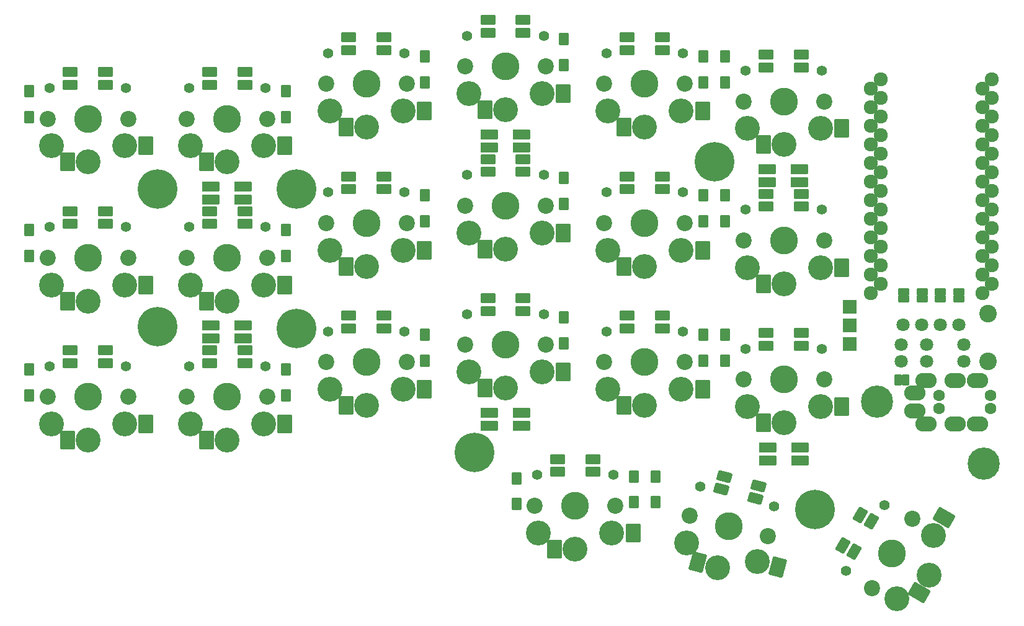
<source format=gbr>
G04 #@! TF.GenerationSoftware,KiCad,Pcbnew,7.0.7*
G04 #@! TF.CreationDate,2023-09-12T18:14:11+01:00*
G04 #@! TF.ProjectId,corne_dark,636f726e-655f-4646-9172-6b2e6b696361,1.0*
G04 #@! TF.SameCoordinates,Original*
G04 #@! TF.FileFunction,Soldermask,Top*
G04 #@! TF.FilePolarity,Negative*
%FSLAX46Y46*%
G04 Gerber Fmt 4.6, Leading zero omitted, Abs format (unit mm)*
G04 Created by KiCad (PCBNEW 7.0.7) date 2023-09-12 18:14:11*
%MOMM*%
%LPD*%
G01*
G04 APERTURE LIST*
G04 Aperture macros list*
%AMRoundRect*
0 Rectangle with rounded corners*
0 $1 Rounding radius*
0 $2 $3 $4 $5 $6 $7 $8 $9 X,Y pos of 4 corners*
0 Add a 4 corners polygon primitive as box body*
4,1,4,$2,$3,$4,$5,$6,$7,$8,$9,$2,$3,0*
0 Add four circle primitives for the rounded corners*
1,1,$1+$1,$2,$3*
1,1,$1+$1,$4,$5*
1,1,$1+$1,$6,$7*
1,1,$1+$1,$8,$9*
0 Add four rect primitives between the rounded corners*
20,1,$1+$1,$2,$3,$4,$5,0*
20,1,$1+$1,$4,$5,$6,$7,0*
20,1,$1+$1,$6,$7,$8,$9,0*
20,1,$1+$1,$8,$9,$2,$3,0*%
G04 Aperture macros list end*
%ADD10RoundRect,0.200000X-0.475000X0.650000X-0.475000X-0.650000X0.475000X-0.650000X0.475000X0.650000X0*%
%ADD11RoundRect,0.200000X-0.800000X-0.500000X0.800000X-0.500000X0.800000X0.500000X-0.800000X0.500000X0*%
%ADD12RoundRect,0.200000X-0.902150X-0.275908X0.643331X-0.690018X0.902150X0.275908X-0.643331X0.690018X0*%
%ADD13RoundRect,0.200000X-0.033013X0.942820X-0.833013X-0.442820X0.033013X-0.942820X0.833013X0.442820X0*%
%ADD14C,2.200000*%
%ADD15C,1.400000*%
%ADD16C,3.400000*%
%ADD17C,3.800000*%
%ADD18RoundRect,0.200000X0.800000X1.100000X-0.800000X1.100000X-0.800000X-1.100000X0.800000X-1.100000X0*%
%ADD19RoundRect,0.200000X1.057442X0.855463X-0.488040X1.269574X-1.057442X-0.855463X0.488040X-1.269574X0*%
%ADD20RoundRect,0.200000X-0.571500X0.317500X-0.571500X-0.317500X0.571500X-0.317500X0.571500X0.317500X0*%
%ADD21C,1.924000*%
%ADD22C,4.400000*%
%ADD23C,5.400000*%
%ADD24RoundRect,0.200000X0.762000X0.762000X-0.762000X0.762000X-0.762000X-0.762000X0.762000X-0.762000X0*%
%ADD25RoundRect,0.200000X-0.200000X-0.200000X0.200000X-0.200000X0.200000X0.200000X-0.200000X0.200000X0*%
%ADD26RoundRect,0.200000X-0.300000X-0.571500X0.300000X-0.571500X0.300000X0.571500X-0.300000X0.571500X0*%
%ADD27C,1.797000*%
%ADD28C,1.600000*%
%ADD29O,2.900000X2.100000*%
%ADD30C,2.400000*%
%ADD31RoundRect,0.200000X-1.000000X-0.500000X1.000000X-0.500000X1.000000X0.500000X-1.000000X0.500000X0*%
%ADD32RoundRect,0.200000X1.000000X0.500000X-1.000000X0.500000X-1.000000X-0.500000X1.000000X-0.500000X0*%
%ADD33RoundRect,0.200000X-0.552628X1.242820X-1.352628X-0.142820X0.552628X-1.242820X1.352628X0.142820X0*%
G04 APERTURE END LIST*
D10*
X62000000Y-73350000D03*
X62000000Y-76900000D03*
X97000000Y-73350000D03*
X97000000Y-76900000D03*
X116000000Y-68600000D03*
X116000000Y-72150000D03*
X135000000Y-66225000D03*
X135000000Y-69775000D03*
X154000000Y-68600000D03*
X154000000Y-72150000D03*
X157000000Y-68600000D03*
X157000000Y-72150000D03*
X62000000Y-92350000D03*
X62000000Y-95900000D03*
X97000000Y-92350000D03*
X97000000Y-95900000D03*
X116000000Y-87600000D03*
X116000000Y-91150000D03*
X135000000Y-85225000D03*
X135000000Y-88775000D03*
X154000000Y-87600000D03*
X154000000Y-91150000D03*
X157000000Y-87600000D03*
X157000000Y-91150000D03*
X62000000Y-111350000D03*
X62000000Y-114900000D03*
X97000000Y-111350000D03*
X97000000Y-114900000D03*
X116000000Y-106600000D03*
X116000000Y-110150000D03*
X135000000Y-104225000D03*
X135000000Y-107775000D03*
X154000000Y-106600000D03*
X154000000Y-110150000D03*
X157000000Y-106600000D03*
X157000000Y-110150000D03*
X128500000Y-126225000D03*
X128500000Y-129775000D03*
X144500000Y-125975000D03*
X144500000Y-129525000D03*
X147500000Y-125975000D03*
X147500000Y-129525000D03*
D11*
X67600000Y-72500000D03*
X67600000Y-70750000D03*
X72400000Y-70750000D03*
X72400000Y-72500000D03*
X86600000Y-72500000D03*
X86600000Y-70750000D03*
X91400000Y-70750000D03*
X91400000Y-72500000D03*
X105600000Y-67750000D03*
X105600000Y-66000000D03*
X110400000Y-66000000D03*
X110400000Y-67750000D03*
X124600000Y-65375000D03*
X124600000Y-63625000D03*
X129400000Y-63625000D03*
X129400000Y-65375000D03*
X143600000Y-67750000D03*
X143600000Y-66000000D03*
X148400000Y-66000000D03*
X148400000Y-67750000D03*
X162600000Y-70125000D03*
X162600000Y-68375000D03*
X167400000Y-68375000D03*
X167400000Y-70125000D03*
X67600000Y-91500000D03*
X67600000Y-89750000D03*
X72400000Y-89750000D03*
X72400000Y-91500000D03*
X86600000Y-91500000D03*
X86600000Y-89750000D03*
X91400000Y-89750000D03*
X91400000Y-91500000D03*
X105600000Y-86750000D03*
X105600000Y-85000000D03*
X110400000Y-85000000D03*
X110400000Y-86750000D03*
X124600000Y-84375000D03*
X124600000Y-82625000D03*
X129400000Y-82625000D03*
X129400000Y-84375000D03*
X143600000Y-86750000D03*
X143600000Y-85000000D03*
X148400000Y-85000000D03*
X148400000Y-86750000D03*
X162600000Y-89125000D03*
X162600000Y-87375000D03*
X167400000Y-87375000D03*
X167400000Y-89125000D03*
X67600000Y-110500000D03*
X67600000Y-108750000D03*
X72400000Y-108750000D03*
X72400000Y-110500000D03*
X86600000Y-110500000D03*
X86600000Y-108750000D03*
X91400000Y-108750000D03*
X91400000Y-110500000D03*
X105600000Y-105750000D03*
X105600000Y-104000000D03*
X110400000Y-104000000D03*
X110400000Y-105750000D03*
X124600000Y-103375000D03*
X124600000Y-101625000D03*
X129400000Y-101625000D03*
X129400000Y-103375000D03*
X143600000Y-105750000D03*
X143600000Y-104000000D03*
X148400000Y-104000000D03*
X148400000Y-105750000D03*
X162600000Y-108125000D03*
X162600000Y-106375000D03*
X167400000Y-106375000D03*
X167400000Y-108125000D03*
X134100000Y-125375000D03*
X134100000Y-123625000D03*
X138900000Y-123625000D03*
X138900000Y-125375000D03*
D12*
X156455311Y-127724019D03*
X156908245Y-126033649D03*
X161544689Y-127275981D03*
X161091755Y-128966351D03*
D13*
X175442228Y-131234039D03*
X176957772Y-132109039D03*
X174557772Y-136265961D03*
X173042228Y-135390961D03*
D14*
X75500000Y-77125000D03*
D15*
X75220000Y-72925000D03*
D16*
X75000000Y-80825000D03*
X70000000Y-83025000D03*
D17*
X70000000Y-77125000D03*
D16*
X65000000Y-80825000D03*
D15*
X64780000Y-72925000D03*
D14*
X64500000Y-77125000D03*
D18*
X77900000Y-80825000D03*
X67200000Y-83025000D03*
D14*
X94500000Y-77125000D03*
D15*
X94220000Y-72925000D03*
D16*
X94000000Y-80825000D03*
X89000000Y-83025000D03*
D17*
X89000000Y-77125000D03*
D16*
X84000000Y-80825000D03*
D15*
X83780000Y-72925000D03*
D14*
X83500000Y-77125000D03*
D18*
X96900000Y-80825000D03*
X86200000Y-83025000D03*
D14*
X113500000Y-72375000D03*
D15*
X113220000Y-68175000D03*
D16*
X113000000Y-76075000D03*
X108000000Y-78275000D03*
D17*
X108000000Y-72375000D03*
D16*
X103000000Y-76075000D03*
D15*
X102780000Y-68175000D03*
D14*
X102500000Y-72375000D03*
D18*
X115900000Y-76075000D03*
X105200000Y-78275000D03*
D14*
X132500000Y-70000000D03*
D15*
X132220000Y-65800000D03*
D16*
X132000000Y-73700000D03*
X127000000Y-75900000D03*
D17*
X127000000Y-70000000D03*
D16*
X122000000Y-73700000D03*
D15*
X121780000Y-65800000D03*
D14*
X121500000Y-70000000D03*
D18*
X134900000Y-73700000D03*
X124200000Y-75900000D03*
D14*
X151500000Y-72375000D03*
D15*
X151220000Y-68175000D03*
D16*
X151000000Y-76075000D03*
X146000000Y-78275000D03*
D17*
X146000000Y-72375000D03*
D16*
X141000000Y-76075000D03*
D15*
X140780000Y-68175000D03*
D14*
X140500000Y-72375000D03*
D18*
X153900000Y-76075000D03*
X143200000Y-78275000D03*
D14*
X170500000Y-74750000D03*
D15*
X170220000Y-70550000D03*
D16*
X170000000Y-78450000D03*
X165000000Y-80650000D03*
D17*
X165000000Y-74750000D03*
D16*
X160000000Y-78450000D03*
D15*
X159780000Y-70550000D03*
D14*
X159500000Y-74750000D03*
D18*
X172900000Y-78450000D03*
X162200000Y-80650000D03*
D14*
X75500000Y-96125000D03*
D15*
X75220000Y-91925000D03*
D16*
X75000000Y-99825000D03*
X70000000Y-102025000D03*
D17*
X70000000Y-96125000D03*
D16*
X65000000Y-99825000D03*
D15*
X64780000Y-91925000D03*
D14*
X64500000Y-96125000D03*
D18*
X77900000Y-99825000D03*
X67200000Y-102025000D03*
D14*
X94500000Y-96125000D03*
D15*
X94220000Y-91925000D03*
D16*
X94000000Y-99825000D03*
X89000000Y-102025000D03*
D17*
X89000000Y-96125000D03*
D16*
X84000000Y-99825000D03*
D15*
X83780000Y-91925000D03*
D14*
X83500000Y-96125000D03*
D18*
X96900000Y-99825000D03*
X86200000Y-102025000D03*
D14*
X113500000Y-91375000D03*
D15*
X113220000Y-87175000D03*
D16*
X113000000Y-95075000D03*
X108000000Y-97275000D03*
D17*
X108000000Y-91375000D03*
D16*
X103000000Y-95075000D03*
D15*
X102780000Y-87175000D03*
D14*
X102500000Y-91375000D03*
D18*
X115900000Y-95075000D03*
X105200000Y-97275000D03*
D14*
X132500000Y-89000000D03*
D15*
X132220000Y-84800000D03*
D16*
X132000000Y-92700000D03*
X127000000Y-94900000D03*
D17*
X127000000Y-89000000D03*
D16*
X122000000Y-92700000D03*
D15*
X121780000Y-84800000D03*
D14*
X121500000Y-89000000D03*
D18*
X134900000Y-92700000D03*
X124200000Y-94900000D03*
D14*
X151500000Y-91375000D03*
D15*
X151220000Y-87175000D03*
D16*
X151000000Y-95075000D03*
X146000000Y-97275000D03*
D17*
X146000000Y-91375000D03*
D16*
X141000000Y-95075000D03*
D15*
X140780000Y-87175000D03*
D14*
X140500000Y-91375000D03*
D18*
X153900000Y-95075000D03*
X143200000Y-97275000D03*
D14*
X170500000Y-93750000D03*
D15*
X170220000Y-89550000D03*
D16*
X170000000Y-97450000D03*
X165000000Y-99650000D03*
D17*
X165000000Y-93750000D03*
D16*
X160000000Y-97450000D03*
D15*
X159780000Y-89550000D03*
D14*
X159500000Y-93750000D03*
D18*
X172900000Y-97450000D03*
X162200000Y-99650000D03*
D14*
X75500000Y-115125000D03*
D15*
X75220000Y-110925000D03*
D16*
X75000000Y-118825000D03*
X70000000Y-121025000D03*
D17*
X70000000Y-115125000D03*
D16*
X65000000Y-118825000D03*
D15*
X64780000Y-110925000D03*
D14*
X64500000Y-115125000D03*
D18*
X77900000Y-118825000D03*
X67200000Y-121025000D03*
D14*
X94500000Y-115125000D03*
D15*
X94220000Y-110925000D03*
D16*
X94000000Y-118825000D03*
X89000000Y-121025000D03*
D17*
X89000000Y-115125000D03*
D16*
X84000000Y-118825000D03*
D15*
X83780000Y-110925000D03*
D14*
X83500000Y-115125000D03*
D18*
X96900000Y-118825000D03*
X86200000Y-121025000D03*
D14*
X113500000Y-110375000D03*
D15*
X113220000Y-106175000D03*
D16*
X113000000Y-114075000D03*
X108000000Y-116275000D03*
D17*
X108000000Y-110375000D03*
D16*
X103000000Y-114075000D03*
D15*
X102780000Y-106175000D03*
D14*
X102500000Y-110375000D03*
D18*
X115900000Y-114075000D03*
X105200000Y-116275000D03*
D14*
X132500000Y-108000000D03*
D15*
X132220000Y-103800000D03*
D16*
X132000000Y-111700000D03*
X127000000Y-113900000D03*
D17*
X127000000Y-108000000D03*
D16*
X122000000Y-111700000D03*
D15*
X121780000Y-103800000D03*
D14*
X121500000Y-108000000D03*
D18*
X134900000Y-111700000D03*
X124200000Y-113900000D03*
D14*
X151500000Y-110375000D03*
D15*
X151220000Y-106175000D03*
D16*
X151000000Y-114075000D03*
X146000000Y-116275000D03*
D17*
X146000000Y-110375000D03*
D16*
X141000000Y-114075000D03*
D15*
X140780000Y-106175000D03*
D14*
X140500000Y-110375000D03*
D18*
X153900000Y-114075000D03*
X143200000Y-116275000D03*
D14*
X170500000Y-112750000D03*
D15*
X170220000Y-108550000D03*
D16*
X170000000Y-116450000D03*
X165000000Y-118650000D03*
D17*
X165000000Y-112750000D03*
D16*
X160000000Y-116450000D03*
D15*
X159780000Y-108550000D03*
D14*
X159500000Y-112750000D03*
D18*
X172900000Y-116450000D03*
X162200000Y-118650000D03*
D14*
X142000000Y-130000000D03*
D15*
X141720000Y-125800000D03*
D16*
X141500000Y-133700000D03*
X136500000Y-135900000D03*
D17*
X136500000Y-130000000D03*
D16*
X131500000Y-133700000D03*
D15*
X131280000Y-125800000D03*
D14*
X131000000Y-130000000D03*
D18*
X144400000Y-133700000D03*
X133700000Y-135900000D03*
D14*
X162812592Y-134173505D03*
D15*
X163629173Y-130044147D03*
D16*
X161371999Y-137618021D03*
X155972968Y-138448962D03*
D17*
X157500000Y-132750000D03*
D16*
X151712740Y-135029830D03*
D15*
X153544907Y-127342076D03*
D14*
X152187408Y-131326495D03*
D19*
X164173184Y-138368596D03*
X153268375Y-137724269D03*
D20*
X188875000Y-100749620D03*
X188875000Y-101750380D03*
X186375000Y-100749620D03*
X186375000Y-101750380D03*
X183875000Y-100749620D03*
X183875000Y-101750380D03*
X181375000Y-100749620D03*
X181375000Y-101750380D03*
D21*
X176860000Y-73042000D03*
X193406400Y-71772000D03*
X176860000Y-75582000D03*
X193406400Y-74312000D03*
X176860000Y-78122000D03*
X193406400Y-76852000D03*
X176860000Y-80662000D03*
X193406400Y-79392000D03*
X176860000Y-83202000D03*
X193406400Y-81932000D03*
X176860000Y-85742000D03*
X193406400Y-84472000D03*
X176860000Y-88282000D03*
X193406400Y-87012000D03*
X176860000Y-90822000D03*
X193406400Y-89552000D03*
X176860000Y-93362000D03*
X193406400Y-92092000D03*
X176860000Y-95902000D03*
X193406400Y-94632000D03*
X176860000Y-98442000D03*
X193406400Y-97172000D03*
X176860000Y-100982000D03*
X193406400Y-99712000D03*
X178186400Y-99712000D03*
X192100000Y-100982000D03*
X178186400Y-97172000D03*
X192100000Y-98442000D03*
X178186400Y-94632000D03*
X192100000Y-95902000D03*
X178186400Y-92092000D03*
X192100000Y-93362000D03*
X178186400Y-89552000D03*
X192100000Y-90822000D03*
X178186400Y-87012000D03*
X192100000Y-88282000D03*
X178186400Y-84472000D03*
X192100000Y-85742000D03*
X178186400Y-81932000D03*
X192100000Y-83202000D03*
X178186400Y-79392000D03*
X192100000Y-80662000D03*
X178186400Y-76852000D03*
X192100000Y-78122000D03*
X178186400Y-74312000D03*
X192100000Y-75582000D03*
X178186400Y-71772000D03*
X192100000Y-73042000D03*
D22*
X177750000Y-115750000D03*
X192250000Y-124250000D03*
D23*
X79500000Y-86750000D03*
X79500000Y-105500000D03*
X98500000Y-86750000D03*
X98500000Y-105750000D03*
X155500000Y-83000000D03*
X122750000Y-122750000D03*
X169250000Y-130500000D03*
D24*
X174000000Y-107900000D03*
X174000000Y-105360000D03*
X174000000Y-102820000D03*
D25*
X181100000Y-112800000D03*
D26*
X180600000Y-112800000D03*
X181600000Y-112800000D03*
D27*
X181300000Y-105300000D03*
X183840000Y-105300000D03*
X186380000Y-105300000D03*
X188920000Y-105300000D03*
D28*
X193200000Y-114950000D03*
X186200000Y-114950000D03*
X193200000Y-116700000D03*
X186200000Y-116700000D03*
D29*
X182900000Y-114600000D03*
X182900000Y-117050000D03*
X191400000Y-112850000D03*
X191400000Y-118800000D03*
X188400000Y-112850000D03*
X188400000Y-118800000D03*
X184400000Y-112850000D03*
X184400000Y-118800000D03*
D30*
X192900000Y-103750000D03*
X192900000Y-110250000D03*
D31*
X124820000Y-79285000D03*
X124820000Y-81035000D03*
X129220000Y-81035000D03*
X129220000Y-79285000D03*
X162770000Y-84005000D03*
X162770000Y-85755000D03*
X167170000Y-85755000D03*
X167170000Y-84005000D03*
D32*
X129190000Y-119045000D03*
X129190000Y-117295000D03*
X124790000Y-117295000D03*
X124790000Y-119045000D03*
X167210000Y-123795000D03*
X167210000Y-122045000D03*
X162810000Y-122045000D03*
X162810000Y-123795000D03*
D14*
X182500000Y-131736860D03*
D15*
X178722693Y-129879347D03*
D16*
X185454294Y-134019873D03*
X184859550Y-139450000D03*
D17*
X179750000Y-136500000D03*
D16*
X180454294Y-142680127D03*
D15*
X173502693Y-138920653D03*
D14*
X177000000Y-141263140D03*
D33*
X186854294Y-131595002D03*
X183459550Y-141874871D03*
D27*
X189540000Y-110300000D03*
X184460000Y-110300000D03*
X189540000Y-108000000D03*
X184460000Y-108000000D03*
X181000000Y-108000000D03*
X181000000Y-110300000D03*
D31*
X86800000Y-86375000D03*
X86800000Y-88125000D03*
X91200000Y-88125000D03*
X91200000Y-86375000D03*
D32*
X91200000Y-107115000D03*
X91200000Y-105365000D03*
X86800000Y-105365000D03*
X86800000Y-107115000D03*
M02*

</source>
